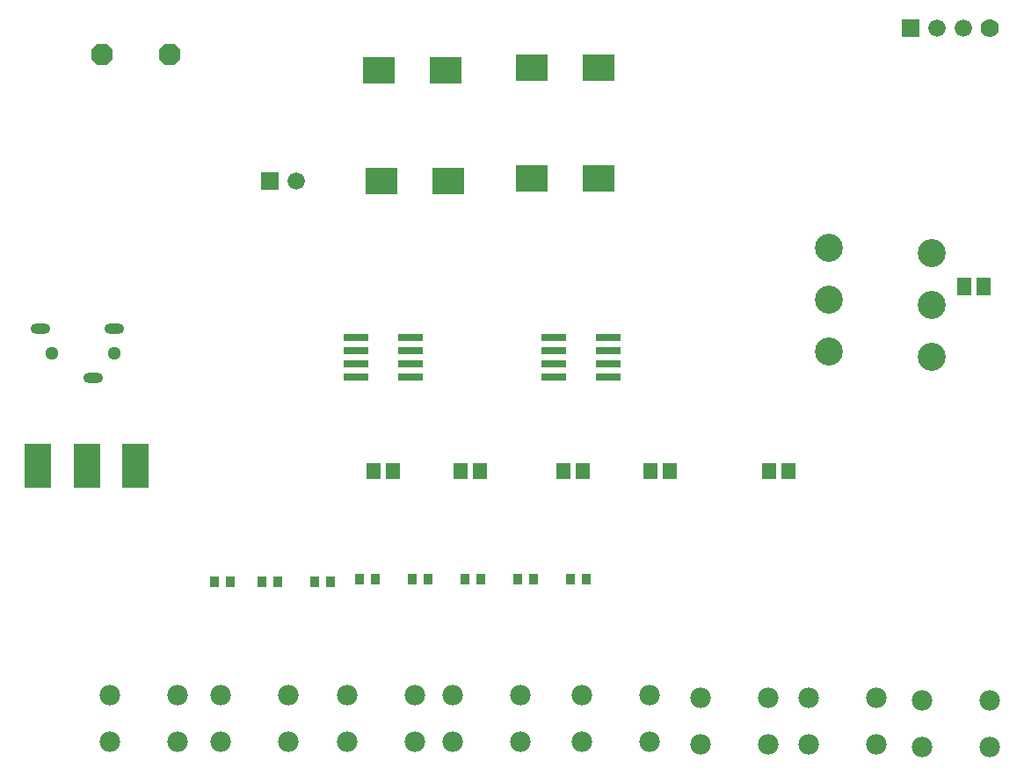
<source format=gts>
G04 Layer: TopSolderMaskLayer*
G04 EasyEDA v6.5.48, 2025-02-09 20:19:28*
G04 01cb3c1d78794921a089d1304ca59f51,d72c4acdc2164061951c9b7558476481,10*
G04 Gerber Generator version 0.2*
G04 Scale: 100 percent, Rotated: No, Reflected: No *
G04 Dimensions in inches *
G04 leading zeros omitted , absolute positions ,3 integer and 6 decimal *
%FSLAX36Y36*%
%MOIN*%

%AMMACRO1*4,1,24,-0.0433,-0.0138,-0.0439,-0.0137,-0.0445,-0.0134,-0.0449,-0.013,-0.0452,-0.0124,-0.0453,-0.0118,-0.0453,0.0118,-0.0452,0.0124,-0.0449,0.013,-0.0445,0.0134,-0.0439,0.0137,-0.0433,0.0138,0.0433,0.0138,0.0439,0.0137,0.0445,0.0134,0.0449,0.013,0.0452,0.0124,0.0453,0.0118,0.0453,-0.0118,0.0452,-0.0124,0.0449,-0.013,0.0445,-0.0134,0.0439,-0.0137,0.0433,-0.0138,-0.0433,-0.0138,0*%
%AMMACRO2*4,1,8,-0.0579,-0.0512,-0.0591,-0.05,-0.0591,0.05,-0.0579,0.0512,0.0579,0.0512,0.0591,0.05,0.0591,-0.05,0.0579,-0.0512,-0.0579,-0.0512,0*%
%AMMACRO3*4,1,24,-0.0256,-0.0335,-0.0262,-0.0334,-0.0268,-0.0331,-0.0272,-0.0327,-0.0275,-0.0321,-0.0276,-0.0315,-0.0276,0.0315,-0.0275,0.0321,-0.0272,0.0327,-0.0268,0.0331,-0.0262,0.0334,-0.0256,0.0335,0.0256,0.0335,0.0262,0.0334,0.0268,0.0331,0.0272,0.0327,0.0275,0.0321,0.0276,0.0315,0.0276,-0.0315,0.0275,-0.0321,0.0272,-0.0327,0.0268,-0.0331,0.0262,-0.0334,0.0256,-0.0335,-0.0256,-0.0335,0*%
%AMMACRO4*4,1,48,-0.0163,-0.0413,-0.0166,-0.0412,-0.0169,-0.0412,-0.0172,-0.041,-0.0174,-0.0409,-0.0177,-0.0407,-0.0407,-0.0177,-0.0409,-0.0174,-0.041,-0.0172,-0.0412,-0.0169,-0.0412,-0.0166,-0.0413,-0.0163,-0.0413,0.0163,-0.0412,0.0166,-0.0412,0.0169,-0.041,0.0172,-0.0409,0.0174,-0.0407,0.0177,-0.0177,0.0407,-0.0174,0.0409,-0.0172,0.041,-0.0169,0.0412,-0.0166,0.0412,-0.0163,0.0413,0.0163,0.0413,0.0166,0.0412,0.0169,0.0412,0.0172,0.041,0.0174,0.0409,0.0177,0.0407,0.0407,0.0177,0.0409,0.0174,0.041,0.0172,0.0412,0.0169,0.0412,0.0166,0.0413,0.0163,0.0413,-0.0163,0.0412,-0.0166,0.0412,-0.0169,0.041,-0.0172,0.0409,-0.0174,0.0407,-0.0177,0.0177,-0.0407,0.0174,-0.0409,0.0172,-0.041,0.0169,-0.0412,0.0166,-0.0412,0.0163,-0.0413,-0.0163,-0.0413,0*%
%AMMACRO5*4,1,24,-0.0256,-0.0315,-0.0262,-0.0314,-0.0268,-0.0311,-0.0272,-0.0307,-0.0275,-0.0301,-0.0276,-0.0295,-0.0276,0.0295,-0.0275,0.0301,-0.0272,0.0307,-0.0268,0.0311,-0.0262,0.0314,-0.0256,0.0315,0.0256,0.0315,0.0262,0.0314,0.0268,0.0311,0.0272,0.0307,0.0275,0.0301,0.0276,0.0295,0.0276,-0.0295,0.0275,-0.0301,0.0272,-0.0307,0.0268,-0.0311,0.0262,-0.0314,0.0256,-0.0315,-0.0256,-0.0315,0*%
%AMMACRO6*4,1,8,-0.0318,-0.033,-0.033,-0.0318,-0.033,0.0318,-0.0318,0.033,0.0318,0.033,0.033,0.0318,0.033,-0.0318,0.0318,-0.033,-0.0318,-0.033,0*%
%AMMACRO7*4,1,8,-0.0167,-0.019,-0.0179,-0.0178,-0.0179,0.0178,-0.0167,0.019,0.0167,0.019,0.0179,0.0178,0.0179,-0.0178,0.0167,-0.019,-0.0167,-0.019,0*%
%AMMACRO8*4,1,8,-0.0489,-0.0827,-0.0512,-0.0804,-0.0512,0.0804,-0.0489,0.0827,0.0489,0.0827,0.0512,0.0804,0.0512,-0.0804,0.0489,-0.0827,-0.0489,-0.0827,0*%
%AMMACRO9*4,1,24,-0.0256,-0.0315,-0.0262,-0.0314,-0.0268,-0.0311,-0.0272,-0.0307,-0.0275,-0.0302,-0.0276,-0.0295,-0.0276,0.0295,-0.0275,0.0302,-0.0272,0.0307,-0.0268,0.0311,-0.0262,0.0314,-0.0256,0.0315,0.0256,0.0315,0.0262,0.0314,0.0268,0.0311,0.0272,0.0307,0.0275,0.0302,0.0276,0.0295,0.0276,-0.0295,0.0275,-0.0302,0.0272,-0.0307,0.0268,-0.0311,0.0262,-0.0314,0.0256,-0.0315,-0.0256,-0.0315,0*%
%ADD10MACRO1*%
%ADD11MACRO2*%
%ADD12MACRO3*%
%ADD13MACRO4*%
%ADD14MACRO5*%
%ADD15MACRO6*%
%ADD17C,0.0660*%
%ADD18O,0.07486599999999999X0.039432999999999996*%
%ADD19C,0.0512*%
%ADD20C,0.0700*%
%ADD21MACRO7*%
%ADD22C,0.0780*%
%ADD23MACRO8*%
%ADD24MACRO9*%
%ADD25C,0.1064*%

%LPD*%
D10*
G01*
X2047640Y1675000D03*
G01*
X2252365Y1675000D03*
G01*
X2047640Y1725000D03*
G01*
X2047640Y1625000D03*
G01*
X2047640Y1575000D03*
G01*
X2252365Y1725000D03*
G01*
X2252365Y1625000D03*
G01*
X2252365Y1575000D03*
D11*
G01*
X2217955Y2330000D03*
G01*
X1962055Y2330000D03*
G01*
X1637955Y2740000D03*
G01*
X1382055Y2740000D03*
G01*
X2217955Y2750000D03*
G01*
X1962055Y2750000D03*
D12*
G01*
X3602600Y1920004D03*
G01*
X3677400Y1920004D03*
D11*
G01*
X1647955Y2320000D03*
G01*
X1392055Y2320000D03*
D13*
G01*
X587995Y2800005D03*
G01*
X331995Y2800005D03*
D10*
G01*
X1297640Y1675000D03*
G01*
X1502364Y1675000D03*
G01*
X1297640Y1725000D03*
G01*
X1297640Y1625000D03*
G01*
X1297640Y1575000D03*
G01*
X1502364Y1725000D03*
G01*
X1502364Y1625000D03*
G01*
X1502364Y1575000D03*
D14*
G01*
X1362600Y1220005D03*
G01*
X1437400Y1220005D03*
D15*
G01*
X970000Y2320000D03*
D17*
G01*
X1070000Y2320000D03*
D18*
G01*
X100000Y1760000D03*
G01*
X300580Y1571000D03*
G01*
X378000Y1759880D03*
D19*
G01*
X378610Y1664520D03*
G01*
X141640Y1664520D03*
D17*
G01*
X3600000Y2900000D03*
G01*
X3500000Y2900000D03*
D15*
G01*
X3400000Y2900000D03*
D20*
G01*
X3700000Y2900000D03*
D21*
G01*
X819654Y800000D03*
G01*
X760345Y800000D03*
G01*
X999654Y800000D03*
G01*
X940345Y800000D03*
G01*
X1199655Y800000D03*
G01*
X1140345Y800000D03*
G01*
X1369655Y810000D03*
G01*
X1310345Y810000D03*
G01*
X1569655Y810000D03*
G01*
X1510345Y810000D03*
G01*
X1769655Y810000D03*
G01*
X1710345Y810000D03*
G01*
X1969655Y810000D03*
G01*
X1910345Y810000D03*
G01*
X2169655Y810000D03*
G01*
X2110345Y810000D03*
D22*
G01*
X362000Y369000D03*
G01*
X618000Y369000D03*
G01*
X362000Y191000D03*
G01*
X618000Y191000D03*
G01*
X782000Y369000D03*
G01*
X1038000Y369000D03*
G01*
X782000Y191000D03*
G01*
X1038000Y191000D03*
D23*
G01*
X275000Y1240000D03*
G01*
X460000Y1240000D03*
G01*
X90000Y1240000D03*
D24*
G01*
X2082600Y1220000D03*
G01*
X2157400Y1220000D03*
D25*
G01*
X3090000Y1870000D03*
G01*
X3090000Y1673150D03*
G01*
X3090000Y2066850D03*
G01*
X3480000Y1850000D03*
G01*
X3480000Y1653150D03*
G01*
X3480000Y2046850D03*
D24*
G01*
X2412600Y1220000D03*
G01*
X2487400Y1220000D03*
G01*
X2862600Y1220000D03*
G01*
X2937400Y1220000D03*
G01*
X1692600Y1220000D03*
G01*
X1767400Y1220000D03*
D22*
G01*
X1262000Y369000D03*
G01*
X1518000Y369000D03*
G01*
X1262000Y191000D03*
G01*
X1518000Y191000D03*
G01*
X1662000Y369000D03*
G01*
X1918000Y369000D03*
G01*
X1662000Y191000D03*
G01*
X1918000Y191000D03*
G01*
X2152000Y369000D03*
G01*
X2408000Y369000D03*
G01*
X2152000Y191000D03*
G01*
X2408000Y191000D03*
G01*
X2602000Y359000D03*
G01*
X2858000Y359000D03*
G01*
X2602000Y181000D03*
G01*
X2858000Y181000D03*
G01*
X3012000Y359000D03*
G01*
X3268000Y359000D03*
G01*
X3012000Y181000D03*
G01*
X3268000Y181000D03*
G01*
X3442000Y349000D03*
G01*
X3698000Y349000D03*
G01*
X3442000Y171000D03*
G01*
X3698000Y171000D03*
M02*

</source>
